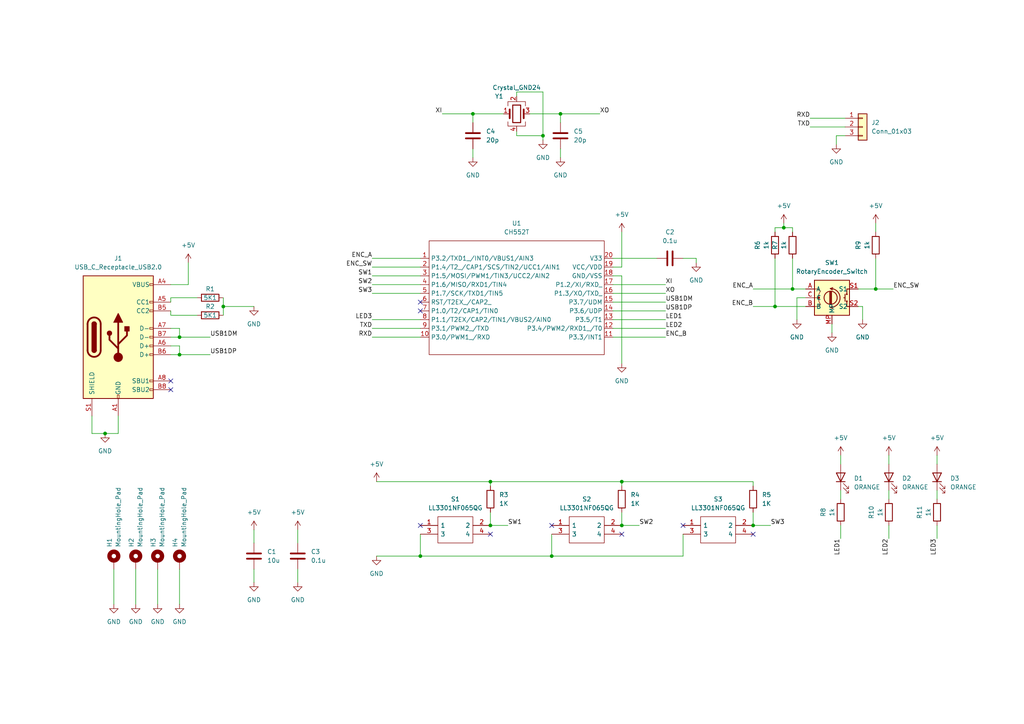
<source format=kicad_sch>
(kicad_sch (version 20211123) (generator eeschema)
  (paper "A4")
  (lib_symbols
    (symbol "Connector:USB_C_Receptacle_USB2.0" (pin_names (offset 1.016))
      (property "Reference" "J" (at -10.16 19.05 0))
      (property "Value" "USB_C_Receptacle_USB2.0" (at 19.05 19.05 0))
      (symbol "USB_C_Receptacle_USB2.0_0_0"
        (rectangle (start -0.254 -17.78) (end 0.254 -16.764))
        (rectangle (start 10.16 -14.986) (end 9.144 -15.494))
        (rectangle (start 10.16 -12.446) (end 9.144 -12.954))
        (rectangle (start 10.16 -4.826) (end 9.144 -5.334))
        (rectangle (start 10.16 -2.286) (end 9.144 -2.794))
        (rectangle (start 10.16 0.254) (end 9.144 -0.254))
        (rectangle (start 10.16 2.794) (end 9.144 2.286))
        (rectangle (start 10.16 7.874) (end 9.144 7.366))
        (rectangle (start 10.16 10.414) (end 9.144 9.906))
        (rectangle (start 10.16 15.494) (end 9.144 14.986))
      )
      (symbol "USB_C_Receptacle_USB2.0_0_1"
        (rectangle (start -10.16 17.78) (end 10.16 -17.78) (stroke (width 0.254)) (fill (type background)))
        (arc (start -8.89 -3.81) (mid -6.985 -5.715) (end -5.08 -3.81) (stroke (width 0.508)))
        (arc (start -7.62 -3.81) (mid -6.985 -4.445) (end -6.35 -3.81) (stroke (width 0.254)))
        (arc (start -7.62 -3.81) (mid -6.985 -4.445) (end -6.35 -3.81) (stroke (width 0.254)) (fill (type outline)))
        (rectangle (start -7.62 -3.81) (end -6.35 3.81) (stroke (width 0.254)) (fill (type outline)))
        (arc (start -6.35 3.81) (mid -6.985 4.445) (end -7.62 3.81) (stroke (width 0.254)))
        (arc (start -6.35 3.81) (mid -6.985 4.445) (end -7.62 3.81) (stroke (width 0.254)) (fill (type outline)))
        (arc (start -5.08 3.81) (mid -6.985 5.715) (end -8.89 3.81) (stroke (width 0.508)))
        (circle (center -2.54 1.143) (radius 0.635) (stroke (width 0.254)) (fill (type outline)))
        (circle (center 0 -5.842) (radius 1.27) (fill (type outline)))
        (polyline (pts (xy -8.89 -3.81) (xy -8.89 3.81)) (stroke (width 0.508)))
        (polyline (pts (xy -5.08 3.81) (xy -5.08 -3.81)) (stroke (width 0.508)))
        (polyline (pts (xy 0 -5.842) (xy 0 4.318)) (stroke (width 0.508)))
        (polyline (pts (xy 0 -3.302) (xy -2.54 -0.762) (xy -2.54 0.508)) (stroke (width 0.508)))
        (polyline (pts (xy 0 -2.032) (xy 2.54 0.508) (xy 2.54 1.778)) (stroke (width 0.508)))
        (polyline (pts (xy -1.27 4.318) (xy 0 6.858) (xy 1.27 4.318) (xy -1.27 4.318)) (stroke (width 0.254)) (fill (type outline)))
        (rectangle (start 1.905 1.778) (end 3.175 3.048) (stroke (width 0.254)) (fill (type outline)))
      )
      (symbol "USB_C_Receptacle_USB2.0_1_1"
        (pin passive line (at 0 -22.86 90) (length 5.08) (name "GND") (number "A1"))
        (pin passive line (at 0 -22.86 90) (length 5.08) hide (name "GND") (number "A12"))
        (pin passive line (at 15.24 15.24 180) (length 5.08) (name "VBUS") (number "A4"))
        (pin bidirectional line (at 15.24 10.16 180) (length 5.08) (name "CC1") (number "A5"))
        (pin bidirectional line (at 15.24 -2.54 180) (length 5.08) (name "D+") (number "A6"))
        (pin bidirectional line (at 15.24 2.54 180) (length 5.08) (name "D-") (number "A7"))
        (pin bidirectional line (at 15.24 -12.7 180) (length 5.08) (name "SBU1") (number "A8"))
        (pin passive line (at 15.24 15.24 180) (length 5.08) hide (name "VBUS") (number "A9"))
        (pin passive line (at 0 -22.86 90) (length 5.08) hide (name "GND") (number "B1"))
        (pin passive line (at 0 -22.86 90) (length 5.08) hide (name "GND") (number "B12"))
        (pin passive line (at 15.24 15.24 180) (length 5.08) hide (name "VBUS") (number "B4"))
        (pin bidirectional line (at 15.24 7.62 180) (length 5.08) (name "CC2") (number "B5"))
        (pin bidirectional line (at 15.24 -5.08 180) (length 5.08) (name "D+") (number "B6"))
        (pin bidirectional line (at 15.24 0 180) (length 5.08) (name "D-") (number "B7"))
        (pin bidirectional line (at 15.24 -15.24 180) (length 5.08) (name "SBU2") (number "B8"))
        (pin passive line (at 15.24 15.24 180) (length 5.08) hide (name "VBUS") (number "B9"))
        (pin passive line (at -7.62 -22.86 90) (length 5.08) (name "SHIELD") (number "S1"))
      )
    )
    (symbol "Connector_Generic:Conn_01x03" (pin_names (offset 1.016) hide)
      (property "Reference" "J" (at 0 5.08 0))
      (property "Value" "Conn_01x03" (at 0 -5.08 0))
      (symbol "Conn_01x03_1_1"
        (rectangle (start -1.27 -2.413) (end 0 -2.667) (stroke (width 0.1524)))
        (rectangle (start -1.27 0.127) (end 0 -0.127) (stroke (width 0.1524)))
        (rectangle (start -1.27 2.667) (end 0 2.413) (stroke (width 0.1524)))
        (rectangle (start -1.27 3.81) (end 1.27 -3.81) (stroke (width 0.254)) (fill (type background)))
        (pin passive line (at -5.08 2.54 0) (length 3.81) (name "Pin_1") (number "1"))
        (pin passive line (at -5.08 0 0) (length 3.81) (name "Pin_2") (number "2"))
        (pin passive line (at -5.08 -2.54 0) (length 3.81) (name "Pin_3") (number "3"))
      )
    )
    (symbol "Device:C" (pin_numbers hide) (pin_names (offset 0.254))
      (property "Reference" "C" (at 0.635 2.54 0))
      (property "Value" "C" (at 0.635 -2.54 0))
      (symbol "C_0_1"
        (polyline (pts (xy -2.032 -0.762) (xy 2.032 -0.762)) (stroke (width 0.508)))
        (polyline (pts (xy -2.032 0.762) (xy 2.032 0.762)) (stroke (width 0.508)))
      )
      (symbol "C_1_1"
        (pin passive line (at 0 3.81 270) (length 2.794) (name "~") (number "1"))
        (pin passive line (at 0 -3.81 90) (length 2.794) (name "~") (number "2"))
      )
    )
    (symbol "Device:Crystal_GND24" (pin_names (offset 1.016) hide)
      (property "Reference" "Y" (at 3.175 5.08 0))
      (property "Value" "Crystal_GND24" (at 3.175 3.175 0))
      (symbol "Crystal_GND24_0_1"
        (rectangle (start -1.143 2.54) (end 1.143 -2.54) (stroke (width 0.3048)))
        (polyline (pts (xy -2.54 0) (xy -2.032 0)))
        (polyline (pts (xy -2.032 -1.27) (xy -2.032 1.27)) (stroke (width 0.508)))
        (polyline (pts (xy 0 -3.81) (xy 0 -3.556)))
        (polyline (pts (xy 0 3.556) (xy 0 3.81)))
        (polyline (pts (xy 2.032 -1.27) (xy 2.032 1.27)) (stroke (width 0.508)))
        (polyline (pts (xy 2.032 0) (xy 2.54 0)))
        (polyline (pts (xy -2.54 -2.286) (xy -2.54 -3.556) (xy 2.54 -3.556) (xy 2.54 -2.286)))
        (polyline (pts (xy -2.54 2.286) (xy -2.54 3.556) (xy 2.54 3.556) (xy 2.54 2.286)))
      )
      (symbol "Crystal_GND24_1_1"
        (pin passive line (at -3.81 0 0) (length 1.27) (name "1") (number "1"))
        (pin passive line (at 0 5.08 270) (length 1.27) (name "2") (number "2"))
        (pin passive line (at 3.81 0 180) (length 1.27) (name "3") (number "3"))
        (pin passive line (at 0 -5.08 90) (length 1.27) (name "4") (number "4"))
      )
    )
    (symbol "Device:LED" (pin_numbers hide) (pin_names (offset 1.016) hide)
      (property "Reference" "D" (at 0 2.54 0))
      (property "Value" "LED" (at 0 -2.54 0))
      (symbol "LED_0_1"
        (polyline (pts (xy -1.27 -1.27) (xy -1.27 1.27)) (stroke (width 0.254)))
        (polyline (pts (xy -1.27 0) (xy 1.27 0)))
        (polyline (pts (xy 1.27 -1.27) (xy 1.27 1.27) (xy -1.27 0) (xy 1.27 -1.27)) (stroke (width 0.254)))
        (polyline (pts (xy -3.048 -0.762) (xy -4.572 -2.286) (xy -3.81 -2.286) (xy -4.572 -2.286) (xy -4.572 -1.524)))
        (polyline (pts (xy -1.778 -0.762) (xy -3.302 -2.286) (xy -2.54 -2.286) (xy -3.302 -2.286) (xy -3.302 -1.524)))
      )
      (symbol "LED_1_1"
        (pin passive line (at -3.81 0 0) (length 2.54) (name "K") (number "1"))
        (pin passive line (at 3.81 0 180) (length 2.54) (name "A") (number "2"))
      )
    )
    (symbol "Device:R" (pin_numbers hide) (pin_names (offset 0))
      (property "Reference" "R" (at 2.032 0 90))
      (property "Value" "R" (at 0 0 90))
      (symbol "R_0_1"
        (rectangle (start -1.016 -2.54) (end 1.016 2.54) (stroke (width 0.254)))
      )
      (symbol "R_1_1"
        (pin passive line (at 0 3.81 270) (length 1.27) (name "~") (number "1"))
        (pin passive line (at 0 -3.81 90) (length 1.27) (name "~") (number "2"))
      )
    )
    (symbol "Mechanical:MountingHole_Pad" (pin_numbers hide) (pin_names (offset 1.016) hide)
      (property "Reference" "H" (at 0 6.35 0))
      (property "Value" "MountingHole_Pad" (at 0 4.445 0))
      (symbol "MountingHole_Pad_0_1"
        (circle (center 0 1.27) (radius 1.27) (stroke (width 1.27)))
      )
      (symbol "MountingHole_Pad_1_1"
        (pin input line (at 0 -2.54 90) (length 2.54) (name "1") (number "1"))
      )
    )
    (symbol "SamacSys_Parts:LL3301NF065QG" (pin_names (offset 0.762))
      (property "Reference" "S" (at 16.51 7.62 0))
      (property "Value" "LL3301NF065QG" (at 16.51 5.08 0))
      (symbol "LL3301NF065QG_0_0"
        (pin passive line (at 0 0 0) (length 5.08) (name "1") (number "1"))
        (pin passive line (at 20.32 0 180) (length 5.08) (name "2") (number "2"))
        (pin passive line (at 0 -2.54 0) (length 5.08) (name "3") (number "3"))
        (pin passive line (at 20.32 -2.54 180) (length 5.08) (name "4") (number "4"))
      )
      (symbol "LL3301NF065QG_0_1"
        (polyline (pts (xy 5.08 2.54) (xy 15.24 2.54) (xy 15.24 -5.08) (xy 5.08 -5.08) (xy 5.08 2.54)) (stroke (width 0.1524)))
      )
    )
    (symbol "Signetics:CH552T"
      (property "Reference" "U" (at 3.81 7.62 0))
      (property "Value" "CH552T" (at 29.21 3.81 0))
      (symbol "CH552T_0_1"
        (rectangle (start 2.54 5.08) (end 53.34 -27.94))
      )
      (symbol "CH552T_1_1"
        (pin bidirectional line (at 0 0 0) (length 2.54) (name "P3.2/TXD1_/INT0/VBUS1/AIN3") (number "1"))
        (pin bidirectional line (at 0 -22.86 0) (length 2.54) (name "P3.0/PWM1_/RXD") (number "10"))
        (pin bidirectional line (at 55.88 -22.86 180) (length 2.54) (name "P3.3/INT1") (number "11"))
        (pin bidirectional line (at 55.88 -20.32 180) (length 2.54) (name "P3.4/PWM2/RXD1_/T0") (number "12"))
        (pin bidirectional line (at 55.88 -17.78 180) (length 2.54) (name "P3.5/T1") (number "13"))
        (pin bidirectional line (at 55.88 -15.24 180) (length 2.54) (name "P3.6/UDP") (number "14"))
        (pin bidirectional line (at 55.88 -12.7 180) (length 2.54) (name "P3.7/UDM") (number "15"))
        (pin bidirectional line (at 55.88 -10.16 180) (length 2.54) (name "P1.3/XO/TXD_") (number "16"))
        (pin bidirectional line (at 55.88 -7.62 180) (length 2.54) (name "P1.2/XI/RXD_") (number "17"))
        (pin power_in line (at 55.88 -5.08 180) (length 2.54) (name "GND/VSS") (number "18"))
        (pin power_in line (at 55.88 -2.54 180) (length 2.54) (name "VCC/VDD") (number "19"))
        (pin bidirectional line (at 0 -2.54 0) (length 2.54) (name "P1.4/T2_/CAP1/SCS/TIN2/UCC1/AIN1") (number "2"))
        (pin unspecified line (at 55.88 0 180) (length 2.54) (name "V33") (number "20"))
        (pin bidirectional line (at 0 -5.08 0) (length 2.54) (name "P1.5/MOSI/PWM1/TIN3/UCC2/AIN2") (number "3"))
        (pin bidirectional line (at 0 -7.62 0) (length 2.54) (name "P1.6/MISO/RXD1/TIN4") (number "4"))
        (pin bidirectional line (at 0 -10.16 0) (length 2.54) (name "P1.7/SCK/TXD1/TIN5") (number "5"))
        (pin bidirectional line (at 0 -12.7 0) (length 2.54) (name "RST/T2EX_/CAP2_") (number "6"))
        (pin bidirectional line (at 0 -15.24 0) (length 2.54) (name "P1.0/T2/CAP1/TIN0") (number "7"))
        (pin bidirectional line (at 0 -17.78 0) (length 2.54) (name "P1.1/T2EX/CAP2/TIN1/VBUS2/AIN0") (number "8"))
        (pin bidirectional line (at 0 -20.32 0) (length 2.54) (name "P3.1/PWM2_/TXD") (number "9"))
      )
    )
    (symbol "Signetics:RotaryEncoder_Switch"
      (property "Reference" "SW" (at 6.35 11.43 0))
      (property "Value" "RotaryEncoder_Switch" (at 7.62 8.89 0))
      (symbol "RotaryEncoder_Switch_0_1"
        (polyline (pts (xy 6.985 0.762) (xy 6.985 4.318)) (stroke (width 0.254)))
        (polyline (pts (xy 7.239 0.762) (xy 7.239 4.318)) (stroke (width 0.254)))
        (polyline (pts (xy 7.493 4.318) (xy 7.493 0.762)) (stroke (width 0.254)))
        (polyline (pts (xy 11.43 2.54) (xy 11.049 2.54)) (stroke (width 0.254)))
        (polyline (pts (xy 11.43 3.556) (xy 11.43 1.524)) (stroke (width 0.254)))
        (polyline (pts (xy 2.54 0) (xy 3.81 0) (xy 3.81 0.508)))
        (polyline (pts (xy 2.54 5.08) (xy 3.81 5.08) (xy 3.81 4.572)))
        (polyline (pts (xy 7.874 -0.508) (xy 7.112 -0.254) (xy 7.747 0.127)) (stroke (width 0.254)))
        (polyline (pts (xy 7.874 5.461) (xy 7.112 5.207) (xy 7.747 4.826)) (stroke (width 0.254)))
        (polyline (pts (xy 12.7 0) (xy 11.938 0) (xy 11.938 1.524)) (stroke (width 0.254)))
        (polyline (pts (xy 12.7 5.08) (xy 11.938 5.08) (xy 11.938 3.556)) (stroke (width 0.254)))
        (polyline (pts (xy 2.54 2.54) (xy 3.81 2.54) (xy 3.81 1.524) (xy 4.318 0.508)))
        (polyline (pts (xy 3.302 2.54) (xy 3.81 2.54) (xy 3.81 3.556) (xy 4.318 4.572)))
        (rectangle (start 2.54 7.62) (end 12.7 -2.54) (stroke (width 0.254)) (fill (type background)))
        (circle (center 3.81 2.54) (radius 0.254) (fill (type outline)))
        (arc (start 7.239 -0.254) (mid 9.9822 2.4765) (end 7.239 5.207) (stroke (width 0.254)))
        (circle (center 7.239 2.54) (radius 1.905) (stroke (width 0.254)))
        (circle (center 11.938 1.524) (radius 0.127) (stroke (width 0.254)))
        (circle (center 11.938 3.556) (radius 0.127) (stroke (width 0.254)))
      )
      (symbol "RotaryEncoder_Switch_1_1"
        (pin passive line (at 0 5.08 0) (length 2.54) (name "A") (number "A"))
        (pin passive line (at 0 0 0) (length 2.54) (name "B") (number "B"))
        (pin passive line (at 0 2.54 0) (length 2.54) (name "C") (number "C"))
        (pin passive line (at 7.62 -5.08 90) (length 2.54) (name "MP") (number "MP"))
        (pin passive line (at 15.24 5.08 180) (length 2.54) (name "S1") (number "S1"))
        (pin passive line (at 15.24 0 180) (length 2.54) (name "S2") (number "S2"))
      )
    )
    (symbol "power:+5V" (power) (pin_names (offset 0))
      (property "Value" "+5V" (at 0 3.556 0))
      (symbol "+5V_0_1"
        (polyline (pts (xy -0.762 1.27) (xy 0 2.54)))
        (polyline (pts (xy 0 0) (xy 0 2.54)))
        (polyline (pts (xy 0 2.54) (xy 0.762 1.27)))
      )
      (symbol "+5V_1_1"
        (pin power_in line (at 0 0 90) (length 0) hide (name "+5V") (number "1"))
      )
    )
    (symbol "power:GND" (power) (pin_names (offset 0))
      (property "Value" "GND" (at 0 -3.81 0))
      (symbol "GND_0_1"
        (polyline (pts (xy 0 0) (xy 0 -1.27) (xy 1.27 -1.27) (xy 0 -2.54) (xy -1.27 -1.27) (xy 0 -1.27)))
      )
      (symbol "GND_1_1"
        (pin power_in line (at 0 0 270) (length 0) hide (name "GND") (number "1"))
      )
    )
  )
  (junction (at 64.77 88.9))
  (junction (at 218.44 152.4))
  (junction (at 157.48 39.37))
  (junction (at 52.07 97.79))
  (junction (at 142.24 139.7))
  (junction (at 180.34 139.7))
  (junction (at 142.24 152.4))
  (junction (at 227.33 66.04))
  (junction (at 229.87 83.82))
  (junction (at 52.07 102.87))
  (junction (at 121.92 161.29))
  (junction (at 30.48 125.73))
  (junction (at 224.79 88.9))
  (junction (at 162.56 33.02))
  (junction (at 180.34 152.4))
  (junction (at 137.16 33.02))
  (junction (at 160.02 161.29))
  (junction (at 254 83.82))
  (no_connect (at 49.53 113.03))
  (no_connect (at 121.92 152.4))
  (no_connect (at 218.44 154.94))
  (no_connect (at 180.34 154.94))
  (no_connect (at 121.92 90.17))
  (no_connect (at 160.02 152.4))
  (no_connect (at 198.12 152.4))
  (no_connect (at 142.24 154.94))
  (no_connect (at 49.53 110.49))
  (no_connect (at 121.92 87.63))
  (wire (pts (xy 224.79 88.9) (xy 233.68 88.9)))
  (wire (pts (xy 227.33 64.77) (xy 227.33 66.04)))
  (wire (pts (xy 229.87 66.04) (xy 229.87 67.31)))
  (wire (pts (xy 180.34 148.59) (xy 180.34 152.4)))
  (wire (pts (xy 242.57 39.37) (xy 242.57 41.91)))
  (wire (pts (xy 107.95 82.55) (xy 121.92 82.55)))
  (wire (pts (xy 257.81 132.08) (xy 257.81 134.62)))
  (wire (pts (xy 49.53 102.87) (xy 52.07 102.87)))
  (wire (pts (xy 180.34 139.7) (xy 218.44 139.7)))
  (wire (pts (xy 109.22 161.29) (xy 121.92 161.29)))
  (wire (pts (xy 180.34 67.31) (xy 180.34 77.47)))
  (wire (pts (xy 162.56 43.18) (xy 162.56 45.72)))
  (wire (pts (xy 157.48 39.37) (xy 157.48 40.64)))
  (wire (pts (xy 218.44 152.4) (xy 223.52 152.4)))
  (wire (pts (xy 254 74.93) (xy 254 83.82)))
  (wire (pts (xy 248.92 88.9) (xy 250.19 88.9)))
  (wire (pts (xy 198.12 154.94) (xy 198.12 161.29)))
  (wire (pts (xy 177.8 80.01) (xy 180.34 80.01)))
  (wire (pts (xy 107.95 85.09) (xy 121.92 85.09)))
  (wire (pts (xy 49.53 97.79) (xy 52.07 97.79)))
  (wire (pts (xy 34.29 120.65) (xy 34.29 125.73)))
  (wire (pts (xy 49.53 90.17) (xy 49.53 91.44)))
  (wire (pts (xy 254 83.82) (xy 259.08 83.82)))
  (wire (pts (xy 49.53 86.36) (xy 57.15 86.36)))
  (wire (pts (xy 121.92 154.94) (xy 121.92 161.29)))
  (wire (pts (xy 218.44 148.59) (xy 218.44 152.4)))
  (wire (pts (xy 177.8 90.17) (xy 193.04 90.17)))
  (wire (pts (xy 271.78 132.08) (xy 271.78 134.62)))
  (wire (pts (xy 257.81 142.24) (xy 257.81 144.78)))
  (wire (pts (xy 160.02 161.29) (xy 121.92 161.29)))
  (wire (pts (xy 153.67 33.02) (xy 162.56 33.02)))
  (wire (pts (xy 137.16 33.02) (xy 146.05 33.02)))
  (wire (pts (xy 243.84 152.4) (xy 243.84 156.21)))
  (wire (pts (xy 49.53 91.44) (xy 57.15 91.44)))
  (wire (pts (xy 52.07 97.79) (xy 60.96 97.79)))
  (wire (pts (xy 86.36 153.67) (xy 86.36 157.48)))
  (wire (pts (xy 142.24 139.7) (xy 180.34 139.7)))
  (wire (pts (xy 137.16 43.18) (xy 137.16 45.72)))
  (wire (pts (xy 218.44 139.7) (xy 218.44 140.97)))
  (wire (pts (xy 33.02 175.26) (xy 33.02 165.1)))
  (wire (pts (xy 160.02 154.94) (xy 160.02 161.29)))
  (wire (pts (xy 107.95 77.47) (xy 121.92 77.47)))
  (wire (pts (xy 248.92 83.82) (xy 254 83.82)))
  (wire (pts (xy 73.66 153.67) (xy 73.66 157.48)))
  (wire (pts (xy 52.07 102.87) (xy 60.96 102.87)))
  (wire (pts (xy 142.24 152.4) (xy 147.32 152.4)))
  (wire (pts (xy 229.87 74.93) (xy 229.87 83.82)))
  (wire (pts (xy 198.12 161.29) (xy 160.02 161.29)))
  (wire (pts (xy 107.95 74.93) (xy 121.92 74.93)))
  (wire (pts (xy 49.53 95.25) (xy 52.07 95.25)))
  (wire (pts (xy 245.11 39.37) (xy 242.57 39.37)))
  (wire (pts (xy 64.77 88.9) (xy 64.77 91.44)))
  (wire (pts (xy 49.53 100.33) (xy 52.07 100.33)))
  (wire (pts (xy 243.84 142.24) (xy 243.84 144.78)))
  (wire (pts (xy 180.34 139.7) (xy 180.34 140.97)))
  (wire (pts (xy 243.84 132.08) (xy 243.84 134.62)))
  (wire (pts (xy 64.77 88.9) (xy 73.66 88.9)))
  (wire (pts (xy 142.24 139.7) (xy 142.24 140.97)))
  (wire (pts (xy 224.79 74.93) (xy 224.79 88.9)))
  (wire (pts (xy 271.78 152.4) (xy 271.78 156.21)))
  (wire (pts (xy 52.07 100.33) (xy 52.07 102.87)))
  (wire (pts (xy 177.8 87.63) (xy 193.04 87.63)))
  (wire (pts (xy 224.79 66.04) (xy 227.33 66.04)))
  (wire (pts (xy 177.8 74.93) (xy 190.5 74.93)))
  (wire (pts (xy 234.95 34.29) (xy 245.11 34.29)))
  (wire (pts (xy 177.8 85.09) (xy 193.04 85.09)))
  (wire (pts (xy 241.3 93.98) (xy 241.3 96.52)))
  (wire (pts (xy 107.95 97.79) (xy 121.92 97.79)))
  (wire (pts (xy 257.81 152.4) (xy 257.81 156.21)))
  (wire (pts (xy 229.87 83.82) (xy 233.68 83.82)))
  (wire (pts (xy 157.48 26.67) (xy 157.48 39.37)))
  (wire (pts (xy 233.68 86.36) (xy 231.14 86.36)))
  (wire (pts (xy 49.53 87.63) (xy 49.53 86.36)))
  (wire (pts (xy 177.8 95.25) (xy 193.04 95.25)))
  (wire (pts (xy 177.8 82.55) (xy 193.04 82.55)))
  (wire (pts (xy 54.61 76.2) (xy 54.61 82.55)))
  (wire (pts (xy 198.12 74.93) (xy 201.93 74.93)))
  (wire (pts (xy 49.53 82.55) (xy 54.61 82.55)))
  (wire (pts (xy 137.16 33.02) (xy 137.16 35.56)))
  (wire (pts (xy 107.95 95.25) (xy 121.92 95.25)))
  (wire (pts (xy 162.56 33.02) (xy 162.56 35.56)))
  (wire (pts (xy 52.07 175.26) (xy 52.07 165.1)))
  (wire (pts (xy 39.37 175.26) (xy 39.37 165.1)))
  (wire (pts (xy 52.07 95.25) (xy 52.07 97.79)))
  (wire (pts (xy 254 64.77) (xy 254 67.31)))
  (wire (pts (xy 177.8 77.47) (xy 180.34 77.47)))
  (wire (pts (xy 73.66 168.91) (xy 73.66 165.1)))
  (wire (pts (xy 224.79 67.31) (xy 224.79 66.04)))
  (wire (pts (xy 231.14 86.36) (xy 231.14 92.71)))
  (wire (pts (xy 218.44 88.9) (xy 224.79 88.9)))
  (wire (pts (xy 201.93 74.93) (xy 201.93 76.2)))
  (wire (pts (xy 177.8 92.71) (xy 193.04 92.71)))
  (wire (pts (xy 180.34 152.4) (xy 185.42 152.4)))
  (wire (pts (xy 149.86 26.67) (xy 157.48 26.67)))
  (wire (pts (xy 271.78 142.24) (xy 271.78 144.78)))
  (wire (pts (xy 149.86 27.94) (xy 149.86 26.67)))
  (wire (pts (xy 177.8 97.79) (xy 193.04 97.79)))
  (wire (pts (xy 64.77 86.36) (xy 64.77 88.9)))
  (wire (pts (xy 45.72 175.26) (xy 45.72 165.1)))
  (wire (pts (xy 250.19 88.9) (xy 250.19 92.71)))
  (wire (pts (xy 107.95 92.71) (xy 121.92 92.71)))
  (wire (pts (xy 149.86 38.1) (xy 149.86 39.37)))
  (wire (pts (xy 142.24 148.59) (xy 142.24 152.4)))
  (wire (pts (xy 86.36 165.1) (xy 86.36 168.91)))
  (wire (pts (xy 34.29 125.73) (xy 30.48 125.73)))
  (wire (pts (xy 218.44 83.82) (xy 229.87 83.82)))
  (wire (pts (xy 26.67 120.65) (xy 26.67 125.73)))
  (wire (pts (xy 227.33 66.04) (xy 229.87 66.04)))
  (wire (pts (xy 107.95 80.01) (xy 121.92 80.01)))
  (wire (pts (xy 26.67 125.73) (xy 30.48 125.73)))
  (wire (pts (xy 109.22 139.7) (xy 142.24 139.7)))
  (wire (pts (xy 162.56 33.02) (xy 173.99 33.02)))
  (wire (pts (xy 128.27 33.02) (xy 137.16 33.02)))
  (wire (pts (xy 180.34 80.01) (xy 180.34 105.41)))
  (wire (pts (xy 234.95 36.83) (xy 245.11 36.83)))
  (wire (pts (xy 149.86 39.37) (xy 157.48 39.37)))
  (label "SW2" (at 185.42 152.4 0))
  (label "ENC_SW" (at 259.08 83.82 0))
  (label "USB1DP" (at 60.96 102.87 0))
  (label "ENC_B" (at 193.04 97.79 0))
  (label "SW2" (at 107.95 82.55 180))
  (label "USB1DM" (at 60.96 97.79 0))
  (label "LED3" (at 107.95 92.71 180))
  (label "LED1" (at 193.04 92.71 0))
  (label "RXD" (at 234.95 34.29 180))
  (label "XI" (at 193.04 82.55 0))
  (label "ENC_A" (at 107.95 74.93 180))
  (label "RXD" (at 107.95 97.79 180))
  (label "SW1" (at 147.32 152.4 0))
  (label "TXD" (at 234.95 36.83 180))
  (label "ENC_B" (at 218.44 88.9 180))
  (label "ENC_A" (at 218.44 83.82 180))
  (label "LED1" (at 243.84 156.21 270))
  (label "LED2" (at 193.04 95.25 0))
  (label "SW3" (at 223.52 152.4 0))
  (label "XO" (at 193.04 85.09 0))
  (label "XI" (at 128.27 33.02 180))
  (label "LED3" (at 271.78 156.21 270))
  (label "SW1" (at 107.95 80.01 180))
  (label "XO" (at 173.99 33.02 0))
  (label "USB1DM" (at 193.04 87.63 0))
  (label "ENC_SW" (at 107.95 77.47 180))
  (label "SW3" (at 107.95 85.09 180))
  (label "TXD" (at 107.95 95.25 180))
  (label "USB1DP" (at 193.04 90.17 0))
  (label "LED2" (at 257.81 156.21 270))
  (symbol (lib_id "Device:R") (at 142.24 144.78 0) (unit 1)
    (property "Reference" "R3" (at 144.78 143.5099 0) (effects (justify left)))
    (property "Value" "1K" (at 144.78 146.0499 0) (effects (justify left)))
    (property "Footprint" "Resistor_SMD:R_0805_2012Metric" (effects hide))
  )
  (symbol (lib_id "Device:R") (at 271.78 148.59 180) (unit 1)
    (property "Reference" "R11" (at 266.7 148.59 90))
    (property "Value" "1k" (at 269.24 148.59 90))
    (property "Footprint" "Resistor_SMD:R_0805_2012Metric" (effects hide))
  )
  (symbol (lib_id "Connector_Generic:Conn_01x03") (at 250.19 36.83 0) (unit 1)
    (property "Reference" "J2" (at 252.73 35.5599 0) (effects (justify left)))
    (property "Value" "Conn_01x03" (at 252.73 38.0999 0) (effects (justify left)))
    (property "Footprint" "Connector_PinHeader_2.54mm:PinHeader_1x03_P2.54mm_Horizontal" (effects hide))
  )
  (symbol (lib_id "power:+5V") (at 257.81 132.08 0) (unit 1)
    (property "Reference" "#PWR0120" (effects hide))
    (property "Value" "+5V" (at 257.81 127 0))
  )
  (symbol (lib_id "Device:LED") (at 271.78 138.43 90) (unit 1)
    (property "Reference" "D3" (at 275.59 138.7474 90) (effects (justify right)))
    (property "Value" "ORANGE" (at 275.59 141.2874 90) (effects (justify right)))
    (property "Footprint" "LED_SMD:LED_0805_2012Metric" (effects hide))
  )
  (symbol (lib_id "Device:R") (at 243.84 148.59 180) (unit 1)
    (property "Reference" "R8" (at 238.76 148.59 90))
    (property "Value" "1k" (at 241.3 148.59 90))
    (property "Footprint" "Resistor_SMD:R_0805_2012Metric" (effects hide))
  )
  (symbol (lib_id "power:GND") (at 30.48 125.73 0) (unit 1)
    (property "Reference" "#PWR0106" (effects hide))
    (property "Value" "GND" (at 30.48 130.81 0))
  )
  (symbol (lib_id "power:GND") (at 73.66 88.9 0) (unit 1)
    (property "Reference" "#PWR0109" (effects hide))
    (property "Value" "GND" (at 73.66 93.98 0))
  )
  (symbol (lib_id "power:GND") (at 137.16 45.72 0) (unit 1)
    (property "Reference" "#PWR0126" (effects hide))
    (property "Value" "GND" (at 137.16 50.8 0))
  )
  (symbol (lib_id "power:GND") (at 73.66 168.91 0) (unit 1)
    (property "Reference" "#PWR0107" (effects hide))
    (property "Value" "GND" (at 73.66 173.99 0))
  )
  (symbol (lib_id "power:GND") (at 157.48 40.64 0) (unit 1)
    (property "Reference" "#PWR0127" (effects hide))
    (property "Value" "GND" (at 157.48 45.72 0))
  )
  (symbol (lib_id "Device:R") (at 254 71.12 180) (unit 1)
    (property "Reference" "R9" (at 248.92 71.12 90))
    (property "Value" "1k" (at 251.46 71.12 90))
    (property "Footprint" "Resistor_SMD:R_0805_2012Metric" (effects hide))
  )
  (symbol (lib_id "SamacSys_Parts:LL3301NF065QG") (at 198.12 152.4 0) (unit 1)
    (property "Reference" "S3" (at 208.28 144.78 0))
    (property "Value" "LL3301NF065QG" (at 208.28 147.32 0))
    (property "Footprint" "LL3301NF065QG" (effects hide))
    (property "Datasheet" "http://spec_sheets.e-switch.com/specs/P090002.pdf" (effects hide))
    (property "Description" "E-SWITCH - LL3301NF065QG - TACTILE SW, SPST, 0.05A, 12VDC, SOLDER" (effects hide))
    (property "Height" "4" (effects hide))
    (property "Mouser Part Number" "612-LL3301NF065QG" (effects hide))
    (property "Mouser Price/Stock" "https://www.mouser.co.uk/ProductDetail/E-Switch/LL3301NF065QG?qs=QtyuwXswaQiWhwgY68YTTw%3D%3D" (effects hide))
    (property "Manufacturer_Name" "E-Switch" (effects hide))
    (property "Manufacturer_Part_Number" "LL3301NF065QG" (effects hide))
  )
  (symbol (lib_id "Device:Crystal_GND24") (at 149.86 33.02 0) (unit 1)
    (property "Reference" "Y1" (at 144.78 27.94 0))
    (property "Value" "Crystal_GND24" (at 149.86 25.4 0))
    (property "Footprint" "Crystal:Crystal_SMD_3225-4Pin_3.2x2.5mm" (effects hide))
  )
  (symbol (lib_id "power:GND") (at 242.57 41.91 0) (unit 1)
    (property "Reference" "#PWR0128" (effects hide))
    (property "Value" "GND" (at 242.57 46.99 0))
  )
  (symbol (lib_id "power:GND") (at 45.72 175.26 0) (unit 1)
    (property "Reference" "#PWR0103" (effects hide))
    (property "Value" "GND" (at 45.72 180.34 0))
  )
  (symbol (lib_id "Signetics:RotaryEncoder_Switch") (at 233.68 88.9 0) (unit 1)
    (property "Reference" "SW1" (at 241.3 76.2 0))
    (property "Value" "RotaryEncoder_Switch" (at 241.3 78.74 0))
    (property "Footprint" "Rotary_Encoder:RotaryEncoder_Alps_EC11E-Switch_Vertical_H20mm" (effects hide))
  )
  (symbol (lib_id "power:+5V") (at 271.78 132.08 0) (unit 1)
    (property "Reference" "#PWR0121" (effects hide))
    (property "Value" "+5V" (at 271.78 127 0))
  )
  (symbol (lib_id "Device:C") (at 194.31 74.93 90) (unit 1)
    (property "Reference" "C2" (at 194.31 67.31 90))
    (property "Value" "0.1u" (at 194.31 69.85 90))
    (property "Footprint" "Capacitor_SMD:C_0805_2012Metric" (effects hide))
  )
  (symbol (lib_id "Device:LED") (at 257.81 138.43 90) (unit 1)
    (property "Reference" "D2" (at 261.62 138.7474 90) (effects (justify right)))
    (property "Value" "ORANGE" (at 261.62 141.2874 90) (effects (justify right)))
    (property "Footprint" "LED_SMD:LED_0805_2012Metric" (effects hide))
  )
  (symbol (lib_id "Device:R") (at 224.79 71.12 180) (unit 1)
    (property "Reference" "R6" (at 219.71 71.12 90))
    (property "Value" "1k" (at 222.25 71.12 90))
    (property "Footprint" "Resistor_SMD:R_0805_2012Metric" (effects hide))
  )
  (symbol (lib_id "Mechanical:MountingHole_Pad") (at 45.72 162.56 0) (unit 1)
    (property "Reference" "H3" (at 44.4499 158.75 90) (effects (justify left)))
    (property "Value" "MountingHole_Pad" (at 46.9899 158.75 90) (effects (justify left)))
    (property "Footprint" "MountingHole:MountingHole_3.2mm_M3_Pad" (effects hide))
  )
  (symbol (lib_id "power:GND") (at 180.34 105.41 0) (unit 1)
    (property "Reference" "#PWR0114" (effects hide))
    (property "Value" "GND" (at 180.34 110.49 0))
  )
  (symbol (lib_id "power:GND") (at 201.93 76.2 0) (unit 1)
    (property "Reference" "#PWR0116" (effects hide))
    (property "Value" "GND" (at 201.93 81.28 0))
  )
  (symbol (lib_id "power:+5V") (at 254 64.77 0) (unit 1)
    (property "Reference" "#PWR0118" (effects hide))
    (property "Value" "+5V" (at 254 59.69 0))
  )
  (symbol (lib_id "Mechanical:MountingHole_Pad") (at 52.07 162.56 0) (unit 1)
    (property "Reference" "H4" (at 50.7999 158.75 90) (effects (justify left)))
    (property "Value" "MountingHole_Pad" (at 53.3399 158.75 90) (effects (justify left)))
    (property "Footprint" "MountingHole:MountingHole_3.2mm_M3_Pad" (effects hide))
  )
  (symbol (lib_id "Mechanical:MountingHole_Pad") (at 33.02 162.56 0) (unit 1)
    (property "Reference" "H1" (at 31.7499 158.75 90) (effects (justify left)))
    (property "Value" "MountingHole_Pad" (at 34.2899 158.75 90) (effects (justify left)))
    (property "Footprint" "MountingHole:MountingHole_3.2mm_M3_Pad" (effects hide))
  )
  (symbol (lib_id "power:GND") (at 250.19 92.71 0) (unit 1)
    (property "Reference" "#PWR0117" (effects hide))
    (property "Value" "GND" (at 250.19 97.79 0))
  )
  (symbol (lib_id "SamacSys_Parts:LL3301NF065QG") (at 121.92 152.4 0) (unit 1)
    (property "Reference" "S1" (at 132.08 144.78 0))
    (property "Value" "LL3301NF065QG" (at 132.08 147.32 0))
    (property "Footprint" "LL3301NF065QG" (effects hide))
    (property "Datasheet" "http://spec_sheets.e-switch.com/specs/P090002.pdf" (effects hide))
    (property "Description" "E-SWITCH - LL3301NF065QG - TACTILE SW, SPST, 0.05A, 12VDC, SOLDER" (effects hide))
    (property "Height" "4" (effects hide))
    (property "Mouser Part Number" "612-LL3301NF065QG" (effects hide))
    (property "Mouser Price/Stock" "https://www.mouser.co.uk/ProductDetail/E-Switch/LL3301NF065QG?qs=QtyuwXswaQiWhwgY68YTTw%3D%3D" (effects hide))
    (property "Manufacturer_Name" "E-Switch" (effects hide))
    (property "Manufacturer_Part_Number" "LL3301NF065QG" (effects hide))
  )
  (symbol (lib_id "power:+5V") (at 86.36 153.67 0) (unit 1)
    (property "Reference" "#PWR0124" (effects hide))
    (property "Value" "+5V" (at 86.36 148.59 0))
  )
  (symbol (lib_id "power:GND") (at 109.22 161.29 0) (unit 1)
    (property "Reference" "#PWR0110" (effects hide))
    (property "Value" "GND" (at 109.22 166.37 0))
  )
  (symbol (lib_id "Device:LED") (at 243.84 138.43 90) (unit 1)
    (property "Reference" "D1" (at 247.65 138.7474 90) (effects (justify right)))
    (property "Value" "ORANGE" (at 247.65 141.2874 90) (effects (justify right)))
    (property "Footprint" "LED_SMD:LED_0805_2012Metric" (effects hide))
  )
  (symbol (lib_id "power:GND") (at 86.36 168.91 0) (unit 1)
    (property "Reference" "#PWR0123" (effects hide))
    (property "Value" "GND" (at 86.36 173.99 0))
  )
  (symbol (lib_id "power:GND") (at 39.37 175.26 0) (unit 1)
    (property "Reference" "#PWR0105" (effects hide))
    (property "Value" "GND" (at 39.37 180.34 0))
  )
  (symbol (lib_id "Device:R") (at 218.44 144.78 0) (unit 1)
    (property "Reference" "R5" (at 220.98 143.5099 0) (effects (justify left)))
    (property "Value" "1K" (at 220.98 146.0499 0) (effects (justify left)))
    (property "Footprint" "Resistor_SMD:R_0805_2012Metric" (effects hide))
  )
  (symbol (lib_id "Device:R") (at 257.81 148.59 180) (unit 1)
    (property "Reference" "R10" (at 252.73 148.59 90))
    (property "Value" "1k" (at 255.27 148.59 90))
    (property "Footprint" "Resistor_SMD:R_0805_2012Metric" (effects hide))
  )
  (symbol (lib_id "power:+5V") (at 180.34 67.31 0) (unit 1)
    (property "Reference" "#PWR0115" (effects hide))
    (property "Value" "+5V" (at 180.34 62.23 0))
  )
  (symbol (lib_id "Device:C") (at 73.66 161.29 0) (unit 1)
    (property "Reference" "C1" (at 77.47 160.0199 0) (effects (justify left)))
    (property "Value" "10u" (at 77.47 162.5599 0) (effects (justify left)))
    (property "Footprint" "Capacitor_SMD:C_1206_3216Metric" (effects hide))
  )
  (symbol (lib_id "power:+5V") (at 73.66 153.67 0) (unit 1)
    (property "Reference" "#PWR0108" (effects hide))
    (property "Value" "+5V" (at 73.66 148.59 0))
  )
  (symbol (lib_id "Device:C") (at 86.36 161.29 180) (unit 1)
    (property "Reference" "C3" (at 90.17 160.0199 0) (effects (justify right)))
    (property "Value" "0.1u" (at 90.17 162.5599 0) (effects (justify right)))
    (property "Footprint" "Capacitor_SMD:C_0805_2012Metric" (effects hide))
  )
  (symbol (lib_id "power:+5V") (at 227.33 64.77 0) (unit 1)
    (property "Reference" "#PWR0112" (effects hide))
    (property "Value" "+5V" (at 227.33 59.69 0))
  )
  (symbol (lib_id "power:GND") (at 52.07 175.26 0) (unit 1)
    (property "Reference" "#PWR0102" (effects hide))
    (property "Value" "GND" (at 52.07 180.34 0))
  )
  (symbol (lib_id "power:+5V") (at 243.84 132.08 0) (unit 1)
    (property "Reference" "#PWR0119" (effects hide))
    (property "Value" "+5V" (at 243.84 127 0))
  )
  (symbol (lib_id "Device:C") (at 162.56 39.37 180) (unit 1)
    (property "Reference" "C5" (at 166.37 38.0999 0) (effects (justify right)))
    (property "Value" "20p" (at 166.37 40.6399 0) (effects (justify right)))
    (property "Footprint" "Capacitor_SMD:C_0805_2012Metric" (effects hide))
  )
  (symbol (lib_id "power:GND") (at 33.02 175.26 0) (unit 1)
    (property "Reference" "#PWR0104" (effects hide))
    (property "Value" "GND" (at 33.02 180.34 0))
  )
  (symbol (lib_id "power:GND") (at 162.56 45.72 0) (unit 1)
    (property "Reference" "#PWR0125" (effects hide))
    (property "Value" "GND" (at 162.56 50.8 0))
  )
  (symbol (lib_id "Device:R") (at 180.34 144.78 0) (unit 1)
    (property "Reference" "R4" (at 182.88 143.5099 0) (effects (justify left)))
    (property "Value" "1K" (at 182.88 146.0499 0) (effects (justify left)))
    (property "Footprint" "Resistor_SMD:R_0805_2012Metric" (effects hide))
  )
  (symbol (lib_id "Signetics:CH552T") (at 121.92 74.93 0) (unit 1)
    (property "Reference" "U1" (at 149.86 64.77 0))
    (property "Value" "CH552T" (at 149.86 67.31 0))
    (property "Footprint" "Package_SO:TSSOP-20_4.4x6.5mm_P0.65mm" (effects hide))
  )
  (symbol (lib_id "Device:R") (at 60.96 91.44 90) (unit 1)
    (property "Reference" "R2" (at 60.96 88.9 90))
    (property "Value" "5K1" (at 60.96 91.44 90))
    (property "Footprint" "Resistor_SMD:R_0805_2012Metric" (effects hide))
  )
  (symbol (lib_id "Device:C") (at 137.16 39.37 180) (unit 1)
    (property "Reference" "C4" (at 140.97 38.0999 0) (effects (justify right)))
    (property "Value" "20p" (at 140.97 40.6399 0) (effects (justify right)))
    (property "Footprint" "Capacitor_SMD:C_0805_2012Metric" (effects hide))
  )
  (symbol (lib_id "power:+5V") (at 109.22 139.7 0) (unit 1)
    (property "Reference" "#PWR0111" (effects hide))
    (property "Value" "+5V" (at 109.22 134.62 0))
  )
  (symbol (lib_id "Connector:USB_C_Receptacle_USB2.0") (at 34.29 97.79 0) (unit 1)
    (property "Reference" "J1" (at 34.29 74.93 0))
    (property "Value" "USB_C_Receptacle_USB2.0" (at 34.29 77.47 0))
    (property "Footprint" "Connector_USB:USB_C_Receptacle_HRO_TYPE-C-31-M-12" (effects hide))
    (property "Datasheet" "https://www.usb.org/sites/default/files/documents/usb_type-c.zip" (effects hide))
  )
  (symbol (lib_id "SamacSys_Parts:LL3301NF065QG") (at 160.02 152.4 0) (unit 1)
    (property "Reference" "S2" (at 170.18 144.78 0))
    (property "Value" "LL3301NF065QG" (at 170.18 147.32 0))
    (property "Footprint" "LL3301NF065QG" (effects hide))
    (property "Datasheet" "http://spec_sheets.e-switch.com/specs/P090002.pdf" (effects hide))
    (property "Description" "E-SWITCH - LL3301NF065QG - TACTILE SW, SPST, 0.05A, 12VDC, SOLDER" (effects hide))
    (property "Height" "4" (effects hide))
    (property "Mouser Part Number" "612-LL3301NF065QG" (effects hide))
    (property "Mouser Price/Stock" "https://www.mouser.co.uk/ProductDetail/E-Switch/LL3301NF065QG?qs=QtyuwXswaQiWhwgY68YTTw%3D%3D" (effects hide))
    (property "Manufacturer_Name" "E-Switch" (effects hide))
    (property "Manufacturer_Part_Number" "LL3301NF065QG" (effects hide))
  )
  (symbol (lib_id "Device:R") (at 60.96 86.36 90) (unit 1)
    (property "Reference" "R1" (at 60.96 83.82 90))
    (property "Value" "5K1" (at 60.96 86.36 90))
    (property "Footprint" "Resistor_SMD:R_0805_2012Metric" (effects hide))
  )
  (symbol (lib_id "power:+5V") (at 54.61 76.2 0) (unit 1)
    (property "Reference" "#PWR0101" (effects hide))
    (property "Value" "+5V" (at 54.61 71.12 0))
  )
  (symbol (lib_id "Mechanical:MountingHole_Pad") (at 39.37 162.56 0) (unit 1)
    (property "Reference" "H2" (at 38.0999 158.75 90) (effects (justify left)))
    (property "Value" "MountingHole_Pad" (at 40.6399 158.75 90) (effects (justify left)))
    (property "Footprint" "MountingHole:MountingHole_3.2mm_M3_Pad" (effects hide))
  )
  (symbol (lib_id "Device:R") (at 229.87 71.12 180) (unit 1)
    (property "Reference" "R7" (at 224.79 71.12 90))
    (property "Value" "1k" (at 227.33 71.12 90))
    (property "Footprint" "Resistor_SMD:R_0805_2012Metric" (effects hide))
  )
  (symbol (lib_id "power:GND") (at 231.14 92.71 0) (unit 1)
    (property "Reference" "#PWR0113" (effects hide))
    (property "Value" "GND" (at 231.14 97.79 0))
  )
  (symbol (lib_id "power:GND") (at 241.3 96.52 0) (unit 1)
    (property "Reference" "#PWR0122" (effects hide))
    (property "Value" "GND" (at 241.3 101.6 0))
  )
)
</source>
